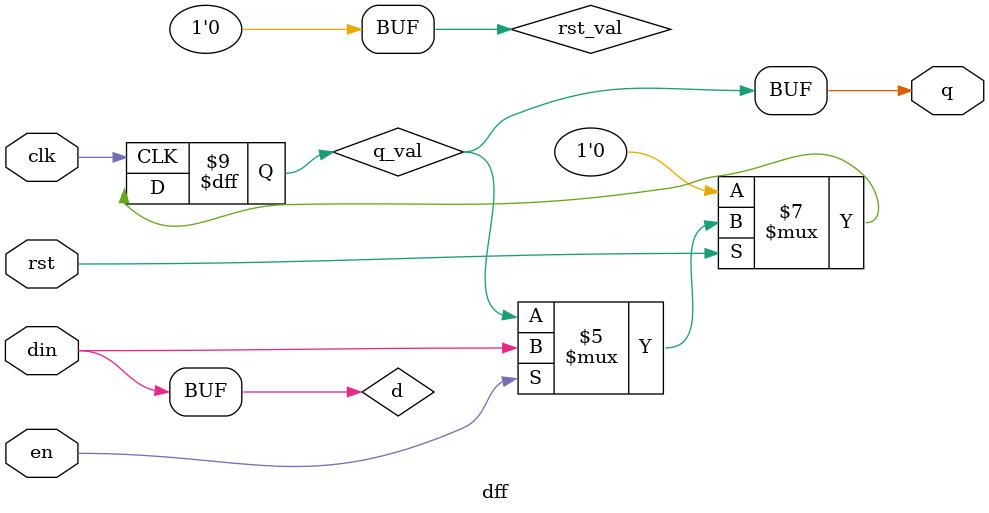
<source format=sv>
module dff
        #(parameter int size = 1 ) // Our first module parameter! Now everything is squishy
        (
        input logic [size-1:0]  din,
        input logic         clk,
        input logic         rst,
        input logic         en,
        output logic [size-1:0] q
    );

        logic [size-1:0]       rst_val ; // To avoid assigning a constant of unspec length
        logic [size-1:0]        d ;       // Internal version of d
        logic [size-1:0]        q_val;    // Internal version of q_val

        assign    d[size-1:0] = din[size-1:0]; //Delay data in to prevent inf. loops
        assign    q           = q_val ;
        assign    rst_val     = 0 ;

        always @ (posedge clk) begin //should be always_ff
                case ( 1'b1 ) // should be priority case
                (~rst): q_val[size-1:0]  <=  rst_val[size-1:0] ;  //Reset is active low
                ( en):  q_val[size-1:0]  <=        d[size-1:0] ;  //Enable is active high
                (~en):  q_val[size-1:0]  <=        q[size-1:0] ;  //Enable is active high
        endcase
    end

endmodule //dff

</source>
